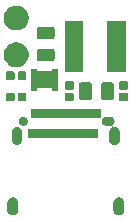
<source format=gts>
G04 #@! TF.GenerationSoftware,KiCad,Pcbnew,(5.1.2)-2*
G04 #@! TF.CreationDate,2019-09-12T19:32:37+02:00*
G04 #@! TF.ProjectId,braunAdapterUSBC,62726175-6e41-4646-9170-746572555342,rev?*
G04 #@! TF.SameCoordinates,Original*
G04 #@! TF.FileFunction,Soldermask,Top*
G04 #@! TF.FilePolarity,Negative*
%FSLAX46Y46*%
G04 Gerber Fmt 4.6, Leading zero omitted, Abs format (unit mm)*
G04 Created by KiCad (PCBNEW (5.1.2)-2) date 2019-09-12 19:32:37*
%MOMM*%
%LPD*%
G04 APERTURE LIST*
%ADD10C,0.100000*%
G04 APERTURE END LIST*
D10*
G36*
X-4401591Y-2095525D02*
G01*
X-4316575Y-2121314D01*
X-4238226Y-2163193D01*
X-4169551Y-2219552D01*
X-4113193Y-2288225D01*
X-4071314Y-2366574D01*
X-4045525Y-2451590D01*
X-4039000Y-2517842D01*
X-4039000Y-3162158D01*
X-4045525Y-3228410D01*
X-4071314Y-3313426D01*
X-4113193Y-3391775D01*
X-4169551Y-3460449D01*
X-4238225Y-3516807D01*
X-4316574Y-3558686D01*
X-4401590Y-3584475D01*
X-4490000Y-3593182D01*
X-4578409Y-3584475D01*
X-4663425Y-3558686D01*
X-4741774Y-3516807D01*
X-4810448Y-3460449D01*
X-4866805Y-3391776D01*
X-4908687Y-3313423D01*
X-4934475Y-3228410D01*
X-4941000Y-3162158D01*
X-4941000Y-2517843D01*
X-4934475Y-2451591D01*
X-4908686Y-2366575D01*
X-4866807Y-2288226D01*
X-4810448Y-2219551D01*
X-4741775Y-2163193D01*
X-4663426Y-2121314D01*
X-4578410Y-2095525D01*
X-4490000Y-2086818D01*
X-4401591Y-2095525D01*
X-4401591Y-2095525D01*
G37*
G36*
X4578409Y-2095525D02*
G01*
X4663425Y-2121314D01*
X4741774Y-2163193D01*
X4810449Y-2219552D01*
X4866807Y-2288225D01*
X4908686Y-2366574D01*
X4934475Y-2451590D01*
X4941000Y-2517842D01*
X4941000Y-3162158D01*
X4934475Y-3228410D01*
X4908686Y-3313426D01*
X4866807Y-3391775D01*
X4810449Y-3460449D01*
X4741775Y-3516807D01*
X4663426Y-3558686D01*
X4578410Y-3584475D01*
X4490000Y-3593182D01*
X4401591Y-3584475D01*
X4316575Y-3558686D01*
X4238226Y-3516807D01*
X4169552Y-3460449D01*
X4113195Y-3391776D01*
X4071313Y-3313423D01*
X4045525Y-3228410D01*
X4039000Y-3162158D01*
X4039000Y-2517843D01*
X4045525Y-2451591D01*
X4071314Y-2366575D01*
X4113193Y-2288226D01*
X4169552Y-2219551D01*
X4238225Y-2163193D01*
X4316574Y-2121314D01*
X4401590Y-2095525D01*
X4490000Y-2086818D01*
X4578409Y-2095525D01*
X4578409Y-2095525D01*
G37*
G36*
X-4041591Y3854475D02*
G01*
X-3956575Y3828686D01*
X-3878226Y3786807D01*
X-3809551Y3730448D01*
X-3753193Y3661775D01*
X-3711314Y3583426D01*
X-3685525Y3498410D01*
X-3679000Y3432158D01*
X-3679000Y2787842D01*
X-3685525Y2721590D01*
X-3711314Y2636574D01*
X-3753193Y2558225D01*
X-3809551Y2489551D01*
X-3878225Y2433193D01*
X-3956574Y2391314D01*
X-4041590Y2365525D01*
X-4130000Y2356818D01*
X-4218409Y2365525D01*
X-4303425Y2391314D01*
X-4381774Y2433193D01*
X-4450448Y2489551D01*
X-4506805Y2558224D01*
X-4548687Y2636577D01*
X-4574475Y2721590D01*
X-4581000Y2787842D01*
X-4581000Y3432157D01*
X-4574475Y3498409D01*
X-4548686Y3583425D01*
X-4506807Y3661774D01*
X-4450448Y3730449D01*
X-4381775Y3786807D01*
X-4303426Y3828686D01*
X-4218410Y3854475D01*
X-4130000Y3863182D01*
X-4041591Y3854475D01*
X-4041591Y3854475D01*
G37*
G36*
X3823710Y4730560D02*
G01*
X3894585Y4709060D01*
X3959904Y4674146D01*
X4017159Y4627159D01*
X4064146Y4569904D01*
X4099060Y4504585D01*
X4120560Y4433710D01*
X4127819Y4360000D01*
X4120560Y4286290D01*
X4099060Y4215415D01*
X4064146Y4150096D01*
X4017159Y4092842D01*
X4002297Y4080645D01*
X3984970Y4063318D01*
X3971356Y4042944D01*
X3961979Y4020305D01*
X3957198Y3996272D01*
X3957198Y3971768D01*
X3961978Y3947735D01*
X3971355Y3925096D01*
X3984969Y3904721D01*
X4002296Y3887394D01*
X4022670Y3873780D01*
X4045309Y3864403D01*
X4069342Y3859622D01*
X4093846Y3859622D01*
X4129999Y3863182D01*
X4130000Y3863182D01*
X4138707Y3862324D01*
X4218409Y3854475D01*
X4303425Y3828686D01*
X4381774Y3786807D01*
X4450449Y3730448D01*
X4506807Y3661775D01*
X4548686Y3583426D01*
X4574475Y3498410D01*
X4581000Y3432158D01*
X4581000Y2787842D01*
X4574475Y2721590D01*
X4548686Y2636574D01*
X4506807Y2558225D01*
X4450449Y2489551D01*
X4381775Y2433193D01*
X4303426Y2391314D01*
X4218410Y2365525D01*
X4130000Y2356818D01*
X4041591Y2365525D01*
X3956575Y2391314D01*
X3878226Y2433193D01*
X3809552Y2489551D01*
X3753195Y2558224D01*
X3711313Y2636577D01*
X3685525Y2721590D01*
X3679000Y2787842D01*
X3679000Y3432157D01*
X3685525Y3498409D01*
X3711314Y3583425D01*
X3753193Y3661774D01*
X3809552Y3730449D01*
X3848454Y3762375D01*
X3865781Y3779702D01*
X3879395Y3800077D01*
X3888772Y3822715D01*
X3893553Y3846749D01*
X3893553Y3871253D01*
X3888773Y3895286D01*
X3879395Y3917925D01*
X3865782Y3938299D01*
X3848455Y3955626D01*
X3828080Y3969240D01*
X3805442Y3978617D01*
X3781408Y3983398D01*
X3769156Y3984000D01*
X3431528Y3984000D01*
X3376290Y3989440D01*
X3305415Y4010940D01*
X3240096Y4045854D01*
X3182841Y4092841D01*
X3135854Y4150096D01*
X3100940Y4215415D01*
X3079440Y4286290D01*
X3072181Y4360000D01*
X3079440Y4433707D01*
X3086723Y4457716D01*
X3091503Y4481750D01*
X3091503Y4506254D01*
X3086722Y4530287D01*
X3077345Y4552926D01*
X3065936Y4570000D01*
X3075999Y4569009D01*
X3100385Y4571411D01*
X3123834Y4578524D01*
X3145445Y4590075D01*
X3164387Y4605620D01*
X3172625Y4614710D01*
X3182841Y4627159D01*
X3240096Y4674146D01*
X3305415Y4709060D01*
X3376290Y4730560D01*
X3431528Y4736000D01*
X3768472Y4736000D01*
X3823710Y4730560D01*
X3823710Y4730560D01*
G37*
G36*
X2701000Y2919000D02*
G01*
X-3201000Y2919000D01*
X-3201000Y3721000D01*
X2701000Y3721000D01*
X2701000Y2919000D01*
X2701000Y2919000D01*
G37*
G36*
X-3490328Y4721551D02*
G01*
X-3490326Y4721550D01*
X-3490325Y4721550D01*
X-3421897Y4693207D01*
X-3360314Y4652058D01*
X-3307942Y4599686D01*
X-3266793Y4538103D01*
X-3238450Y4469675D01*
X-3238449Y4469672D01*
X-3224000Y4397034D01*
X-3224000Y4322966D01*
X-3231295Y4286291D01*
X-3238450Y4250325D01*
X-3266793Y4181897D01*
X-3307942Y4120314D01*
X-3360314Y4067942D01*
X-3421897Y4026793D01*
X-3490325Y3998450D01*
X-3490326Y3998450D01*
X-3490328Y3998449D01*
X-3562966Y3984000D01*
X-3637034Y3984000D01*
X-3709672Y3998449D01*
X-3709674Y3998450D01*
X-3709675Y3998450D01*
X-3778103Y4026793D01*
X-3839686Y4067942D01*
X-3892058Y4120314D01*
X-3933207Y4181897D01*
X-3961550Y4250325D01*
X-3968704Y4286291D01*
X-3976000Y4322966D01*
X-3976000Y4397034D01*
X-3961551Y4469672D01*
X-3961550Y4469675D01*
X-3933207Y4538103D01*
X-3892058Y4599686D01*
X-3839686Y4652058D01*
X-3778103Y4693207D01*
X-3709675Y4721550D01*
X-3709674Y4721550D01*
X-3709672Y4721551D01*
X-3637034Y4736000D01*
X-3562966Y4736000D01*
X-3490328Y4721551D01*
X-3490328Y4721551D01*
G37*
G36*
X2951000Y4694008D02*
G01*
X2953402Y4669622D01*
X2960515Y4646173D01*
X2972066Y4624562D01*
X2977951Y4617391D01*
X2967106Y4619000D01*
X-2951000Y4619000D01*
X-2951000Y5421000D01*
X2951000Y5421000D01*
X2951000Y4694008D01*
X2951000Y4694008D01*
G37*
G36*
X-3458062Y6768284D02*
G01*
X-3437443Y6762029D01*
X-3418447Y6751876D01*
X-3401792Y6738208D01*
X-3388124Y6721553D01*
X-3377971Y6702557D01*
X-3371716Y6681938D01*
X-3369000Y6654360D01*
X-3369000Y6145640D01*
X-3371716Y6118062D01*
X-3377971Y6097443D01*
X-3388124Y6078447D01*
X-3401792Y6061792D01*
X-3418447Y6048124D01*
X-3437443Y6037971D01*
X-3458062Y6031716D01*
X-3485640Y6029000D01*
X-3944360Y6029000D01*
X-3971938Y6031716D01*
X-3992557Y6037971D01*
X-4011553Y6048124D01*
X-4028208Y6061792D01*
X-4041876Y6078447D01*
X-4052029Y6097443D01*
X-4058284Y6118062D01*
X-4061000Y6145640D01*
X-4061000Y6654360D01*
X-4058284Y6681938D01*
X-4052029Y6702557D01*
X-4041876Y6721553D01*
X-4028208Y6738208D01*
X-4011553Y6751876D01*
X-3992557Y6762029D01*
X-3971938Y6768284D01*
X-3944360Y6771000D01*
X-3485640Y6771000D01*
X-3458062Y6768284D01*
X-3458062Y6768284D01*
G37*
G36*
X-4428062Y6768284D02*
G01*
X-4407443Y6762029D01*
X-4388447Y6751876D01*
X-4371792Y6738208D01*
X-4358124Y6721553D01*
X-4347971Y6702557D01*
X-4341716Y6681938D01*
X-4339000Y6654360D01*
X-4339000Y6145640D01*
X-4341716Y6118062D01*
X-4347971Y6097443D01*
X-4358124Y6078447D01*
X-4371792Y6061792D01*
X-4388447Y6048124D01*
X-4407443Y6037971D01*
X-4428062Y6031716D01*
X-4455640Y6029000D01*
X-4914360Y6029000D01*
X-4941938Y6031716D01*
X-4962557Y6037971D01*
X-4981553Y6048124D01*
X-4998208Y6061792D01*
X-5011876Y6078447D01*
X-5022029Y6097443D01*
X-5028284Y6118062D01*
X-5031000Y6145640D01*
X-5031000Y6654360D01*
X-5028284Y6681938D01*
X-5022029Y6702557D01*
X-5011876Y6721553D01*
X-4998208Y6738208D01*
X-4981553Y6751876D01*
X-4962557Y6762029D01*
X-4941938Y6768284D01*
X-4914360Y6771000D01*
X-4455640Y6771000D01*
X-4428062Y6768284D01*
X-4428062Y6768284D01*
G37*
G36*
X5181938Y6758284D02*
G01*
X5202557Y6752029D01*
X5221553Y6741876D01*
X5238208Y6728208D01*
X5251876Y6711553D01*
X5262029Y6692557D01*
X5268284Y6671938D01*
X5271000Y6644360D01*
X5271000Y6185640D01*
X5268284Y6158062D01*
X5262029Y6137443D01*
X5251876Y6118447D01*
X5238208Y6101792D01*
X5221553Y6088124D01*
X5202557Y6077971D01*
X5181938Y6071716D01*
X5154360Y6069000D01*
X4645640Y6069000D01*
X4618062Y6071716D01*
X4597443Y6077971D01*
X4578447Y6088124D01*
X4561792Y6101792D01*
X4548124Y6118447D01*
X4537971Y6137443D01*
X4531716Y6158062D01*
X4529000Y6185640D01*
X4529000Y6644360D01*
X4531716Y6671938D01*
X4537971Y6692557D01*
X4548124Y6711553D01*
X4561792Y6728208D01*
X4578447Y6741876D01*
X4597443Y6752029D01*
X4618062Y6758284D01*
X4645640Y6761000D01*
X5154360Y6761000D01*
X5181938Y6758284D01*
X5181938Y6758284D01*
G37*
G36*
X581938Y6758284D02*
G01*
X602557Y6752029D01*
X621553Y6741876D01*
X638208Y6728208D01*
X651876Y6711553D01*
X662029Y6692557D01*
X668284Y6671938D01*
X671000Y6644360D01*
X671000Y6185640D01*
X668284Y6158062D01*
X662029Y6137443D01*
X651876Y6118447D01*
X638208Y6101792D01*
X621553Y6088124D01*
X602557Y6077971D01*
X581938Y6071716D01*
X554360Y6069000D01*
X45640Y6069000D01*
X18062Y6071716D01*
X-2557Y6077971D01*
X-21553Y6088124D01*
X-38208Y6101792D01*
X-51876Y6118447D01*
X-62029Y6137443D01*
X-68284Y6158062D01*
X-71000Y6185640D01*
X-71000Y6644360D01*
X-68284Y6671938D01*
X-62029Y6692557D01*
X-51876Y6711553D01*
X-38208Y6728208D01*
X-21553Y6741876D01*
X-2557Y6752029D01*
X18062Y6758284D01*
X45640Y6761000D01*
X554360Y6761000D01*
X581938Y6758284D01*
X581938Y6758284D01*
G37*
G36*
X3909468Y7646435D02*
G01*
X3948138Y7634704D01*
X3983777Y7615654D01*
X4015017Y7590017D01*
X4040654Y7558777D01*
X4059704Y7523138D01*
X4071435Y7484468D01*
X4076000Y7438112D01*
X4076000Y6361888D01*
X4071435Y6315532D01*
X4059704Y6276862D01*
X4040654Y6241223D01*
X4015017Y6209983D01*
X3983777Y6184346D01*
X3948138Y6165296D01*
X3909468Y6153565D01*
X3863112Y6149000D01*
X3211888Y6149000D01*
X3165532Y6153565D01*
X3126862Y6165296D01*
X3091223Y6184346D01*
X3059983Y6209983D01*
X3034346Y6241223D01*
X3015296Y6276862D01*
X3003565Y6315532D01*
X2999000Y6361888D01*
X2999000Y7438112D01*
X3003565Y7484468D01*
X3015296Y7523138D01*
X3034346Y7558777D01*
X3059983Y7590017D01*
X3091223Y7615654D01*
X3126862Y7634704D01*
X3165532Y7646435D01*
X3211888Y7651000D01*
X3863112Y7651000D01*
X3909468Y7646435D01*
X3909468Y7646435D01*
G37*
G36*
X2034468Y7646435D02*
G01*
X2073138Y7634704D01*
X2108777Y7615654D01*
X2140017Y7590017D01*
X2165654Y7558777D01*
X2184704Y7523138D01*
X2196435Y7484468D01*
X2201000Y7438112D01*
X2201000Y6361888D01*
X2196435Y6315532D01*
X2184704Y6276862D01*
X2165654Y6241223D01*
X2140017Y6209983D01*
X2108777Y6184346D01*
X2073138Y6165296D01*
X2034468Y6153565D01*
X1988112Y6149000D01*
X1336888Y6149000D01*
X1290532Y6153565D01*
X1251862Y6165296D01*
X1216223Y6184346D01*
X1184983Y6209983D01*
X1159346Y6241223D01*
X1140296Y6276862D01*
X1128565Y6315532D01*
X1124000Y6361888D01*
X1124000Y7438112D01*
X1128565Y7484468D01*
X1140296Y7523138D01*
X1159346Y7558777D01*
X1184983Y7590017D01*
X1216223Y7615654D01*
X1251862Y7634704D01*
X1290532Y7646435D01*
X1336888Y7651000D01*
X1988112Y7651000D01*
X2034468Y7646435D01*
X2034468Y7646435D01*
G37*
G36*
X-2449000Y8701000D02*
G01*
X-2446598Y8676614D01*
X-2439485Y8653165D01*
X-2427934Y8631554D01*
X-2412389Y8612612D01*
X-2393447Y8597067D01*
X-2371836Y8585516D01*
X-2348387Y8578403D01*
X-2324001Y8576001D01*
X-1275999Y8576001D01*
X-1251613Y8578403D01*
X-1228164Y8585516D01*
X-1206553Y8597067D01*
X-1187611Y8612612D01*
X-1172066Y8631554D01*
X-1160515Y8653165D01*
X-1153402Y8676614D01*
X-1151000Y8701000D01*
X-1151000Y8791001D01*
X-649000Y8791001D01*
X-649000Y6959001D01*
X-1151000Y6959001D01*
X-1151000Y7049002D01*
X-1153402Y7073388D01*
X-1160515Y7096837D01*
X-1172066Y7118448D01*
X-1187611Y7137390D01*
X-1206553Y7152935D01*
X-1228164Y7164486D01*
X-1251613Y7171599D01*
X-1275999Y7174001D01*
X-2324001Y7174001D01*
X-2348387Y7171599D01*
X-2371836Y7164486D01*
X-2393447Y7152935D01*
X-2412389Y7137390D01*
X-2427934Y7118448D01*
X-2439485Y7096837D01*
X-2446598Y7073388D01*
X-2449000Y7049002D01*
X-2449000Y6959001D01*
X-2951000Y6959001D01*
X-2951000Y8791001D01*
X-2449000Y8791001D01*
X-2449000Y8701000D01*
X-2449000Y8701000D01*
G37*
G36*
X581938Y7728284D02*
G01*
X602557Y7722029D01*
X621553Y7711876D01*
X638208Y7698208D01*
X651876Y7681553D01*
X662029Y7662557D01*
X668284Y7641938D01*
X671000Y7614360D01*
X671000Y7155640D01*
X668284Y7128062D01*
X662029Y7107443D01*
X651876Y7088447D01*
X638208Y7071792D01*
X621553Y7058124D01*
X602557Y7047971D01*
X581938Y7041716D01*
X554360Y7039000D01*
X45640Y7039000D01*
X18062Y7041716D01*
X-2557Y7047971D01*
X-21553Y7058124D01*
X-38208Y7071792D01*
X-51876Y7088447D01*
X-62029Y7107443D01*
X-68284Y7128062D01*
X-71000Y7155640D01*
X-71000Y7614360D01*
X-68284Y7641938D01*
X-62029Y7662557D01*
X-51876Y7681553D01*
X-38208Y7698208D01*
X-21553Y7711876D01*
X-2557Y7722029D01*
X18062Y7728284D01*
X45640Y7731000D01*
X554360Y7731000D01*
X581938Y7728284D01*
X581938Y7728284D01*
G37*
G36*
X5181938Y7728284D02*
G01*
X5202557Y7722029D01*
X5221553Y7711876D01*
X5238208Y7698208D01*
X5251876Y7681553D01*
X5262029Y7662557D01*
X5268284Y7641938D01*
X5271000Y7614360D01*
X5271000Y7155640D01*
X5268284Y7128062D01*
X5262029Y7107443D01*
X5251876Y7088447D01*
X5238208Y7071792D01*
X5221553Y7058124D01*
X5202557Y7047971D01*
X5181938Y7041716D01*
X5154360Y7039000D01*
X4645640Y7039000D01*
X4618062Y7041716D01*
X4597443Y7047971D01*
X4578447Y7058124D01*
X4561792Y7071792D01*
X4548124Y7088447D01*
X4537971Y7107443D01*
X4531716Y7128062D01*
X4529000Y7155640D01*
X4529000Y7614360D01*
X4531716Y7641938D01*
X4537971Y7662557D01*
X4548124Y7681553D01*
X4561792Y7698208D01*
X4578447Y7711876D01*
X4597443Y7722029D01*
X4618062Y7728284D01*
X4645640Y7731000D01*
X5154360Y7731000D01*
X5181938Y7728284D01*
X5181938Y7728284D01*
G37*
G36*
X-3458062Y8568284D02*
G01*
X-3437443Y8562029D01*
X-3418447Y8551876D01*
X-3401792Y8538208D01*
X-3388124Y8521553D01*
X-3377971Y8502557D01*
X-3371716Y8481938D01*
X-3369000Y8454360D01*
X-3369000Y7945640D01*
X-3371716Y7918062D01*
X-3377971Y7897443D01*
X-3388124Y7878447D01*
X-3401792Y7861792D01*
X-3418447Y7848124D01*
X-3437443Y7837971D01*
X-3458062Y7831716D01*
X-3485640Y7829000D01*
X-3944360Y7829000D01*
X-3971938Y7831716D01*
X-3992557Y7837971D01*
X-4011553Y7848124D01*
X-4028208Y7861792D01*
X-4041876Y7878447D01*
X-4052029Y7897443D01*
X-4058284Y7918062D01*
X-4061000Y7945640D01*
X-4061000Y8454360D01*
X-4058284Y8481938D01*
X-4052029Y8502557D01*
X-4041876Y8521553D01*
X-4028208Y8538208D01*
X-4011553Y8551876D01*
X-3992557Y8562029D01*
X-3971938Y8568284D01*
X-3944360Y8571000D01*
X-3485640Y8571000D01*
X-3458062Y8568284D01*
X-3458062Y8568284D01*
G37*
G36*
X-4428062Y8568284D02*
G01*
X-4407443Y8562029D01*
X-4388447Y8551876D01*
X-4371792Y8538208D01*
X-4358124Y8521553D01*
X-4347971Y8502557D01*
X-4341716Y8481938D01*
X-4339000Y8454360D01*
X-4339000Y7945640D01*
X-4341716Y7918062D01*
X-4347971Y7897443D01*
X-4358124Y7878447D01*
X-4371792Y7861792D01*
X-4388447Y7848124D01*
X-4407443Y7837971D01*
X-4428062Y7831716D01*
X-4455640Y7829000D01*
X-4914360Y7829000D01*
X-4941938Y7831716D01*
X-4962557Y7837971D01*
X-4981553Y7848124D01*
X-4998208Y7861792D01*
X-5011876Y7878447D01*
X-5022029Y7897443D01*
X-5028284Y7918062D01*
X-5031000Y7945640D01*
X-5031000Y8454360D01*
X-5028284Y8481938D01*
X-5022029Y8502557D01*
X-5011876Y8521553D01*
X-4998208Y8538208D01*
X-4981553Y8551876D01*
X-4962557Y8562029D01*
X-4941938Y8568284D01*
X-4914360Y8571000D01*
X-4455640Y8571000D01*
X-4428062Y8568284D01*
X-4428062Y8568284D01*
G37*
G36*
X1501000Y8549000D02*
G01*
X-101000Y8549000D01*
X-101000Y12851000D01*
X1501000Y12851000D01*
X1501000Y8549000D01*
X1501000Y8549000D01*
G37*
G36*
X5101000Y8549000D02*
G01*
X3499000Y8549000D01*
X3499000Y12851000D01*
X5101000Y12851000D01*
X5101000Y8549000D01*
X5101000Y8549000D01*
G37*
G36*
X-3893436Y11010611D02*
G01*
X-3702167Y10931385D01*
X-3702165Y10931384D01*
X-3530027Y10816365D01*
X-3383635Y10669973D01*
X-3268615Y10497833D01*
X-3189389Y10306564D01*
X-3149000Y10103516D01*
X-3149000Y9896484D01*
X-3189389Y9693436D01*
X-3211224Y9640722D01*
X-3268616Y9502165D01*
X-3383635Y9330027D01*
X-3530027Y9183635D01*
X-3702165Y9068616D01*
X-3702166Y9068615D01*
X-3702167Y9068615D01*
X-3893436Y8989389D01*
X-4096484Y8949000D01*
X-4303516Y8949000D01*
X-4506564Y8989389D01*
X-4697833Y9068615D01*
X-4697834Y9068615D01*
X-4697835Y9068616D01*
X-4869973Y9183635D01*
X-5016365Y9330027D01*
X-5131384Y9502165D01*
X-5188776Y9640722D01*
X-5210611Y9693436D01*
X-5251000Y9896484D01*
X-5251000Y10103516D01*
X-5210611Y10306564D01*
X-5131385Y10497833D01*
X-5016365Y10669973D01*
X-4869973Y10816365D01*
X-4697835Y10931384D01*
X-4697833Y10931385D01*
X-4506564Y11010611D01*
X-4303516Y11051000D01*
X-4096484Y11051000D01*
X-3893436Y11010611D01*
X-3893436Y11010611D01*
G37*
G36*
X-1115532Y10496435D02*
G01*
X-1076862Y10484704D01*
X-1041223Y10465654D01*
X-1009983Y10440017D01*
X-984346Y10408777D01*
X-965296Y10373138D01*
X-953565Y10334468D01*
X-949000Y10288112D01*
X-949000Y9636888D01*
X-953565Y9590532D01*
X-965296Y9551862D01*
X-984346Y9516223D01*
X-1009983Y9484983D01*
X-1041223Y9459346D01*
X-1076862Y9440296D01*
X-1115532Y9428565D01*
X-1161888Y9424000D01*
X-2238112Y9424000D01*
X-2284468Y9428565D01*
X-2323138Y9440296D01*
X-2358777Y9459346D01*
X-2390017Y9484983D01*
X-2415654Y9516223D01*
X-2434704Y9551862D01*
X-2446435Y9590532D01*
X-2451000Y9636888D01*
X-2451000Y10288112D01*
X-2446435Y10334468D01*
X-2434704Y10373138D01*
X-2415654Y10408777D01*
X-2390017Y10440017D01*
X-2358777Y10465654D01*
X-2323138Y10484704D01*
X-2284468Y10496435D01*
X-2238112Y10501000D01*
X-1161888Y10501000D01*
X-1115532Y10496435D01*
X-1115532Y10496435D01*
G37*
G36*
X-1115532Y12371435D02*
G01*
X-1076862Y12359704D01*
X-1041223Y12340654D01*
X-1009983Y12315017D01*
X-984346Y12283777D01*
X-965296Y12248138D01*
X-953565Y12209468D01*
X-949000Y12163112D01*
X-949000Y11511888D01*
X-953565Y11465532D01*
X-965296Y11426862D01*
X-984346Y11391223D01*
X-1009983Y11359983D01*
X-1041223Y11334346D01*
X-1076862Y11315296D01*
X-1115532Y11303565D01*
X-1161888Y11299000D01*
X-2238112Y11299000D01*
X-2284468Y11303565D01*
X-2323138Y11315296D01*
X-2358777Y11334346D01*
X-2390017Y11359983D01*
X-2415654Y11391223D01*
X-2434704Y11426862D01*
X-2446435Y11465532D01*
X-2451000Y11511888D01*
X-2451000Y12163112D01*
X-2446435Y12209468D01*
X-2434704Y12248138D01*
X-2415654Y12283777D01*
X-2390017Y12315017D01*
X-2358777Y12340654D01*
X-2323138Y12359704D01*
X-2284468Y12371435D01*
X-2238112Y12376000D01*
X-1161888Y12376000D01*
X-1115532Y12371435D01*
X-1115532Y12371435D01*
G37*
G36*
X-3893436Y14110611D02*
G01*
X-3702167Y14031385D01*
X-3702165Y14031384D01*
X-3530027Y13916365D01*
X-3383635Y13769973D01*
X-3268615Y13597833D01*
X-3189389Y13406564D01*
X-3149000Y13203516D01*
X-3149000Y12996484D01*
X-3189389Y12793436D01*
X-3268615Y12602167D01*
X-3268616Y12602165D01*
X-3383635Y12430027D01*
X-3530027Y12283635D01*
X-3702165Y12168616D01*
X-3702166Y12168615D01*
X-3702167Y12168615D01*
X-3893436Y12089389D01*
X-4096484Y12049000D01*
X-4303516Y12049000D01*
X-4506564Y12089389D01*
X-4697833Y12168615D01*
X-4697834Y12168615D01*
X-4697835Y12168616D01*
X-4869973Y12283635D01*
X-5016365Y12430027D01*
X-5131384Y12602165D01*
X-5131385Y12602167D01*
X-5210611Y12793436D01*
X-5251000Y12996484D01*
X-5251000Y13203516D01*
X-5210611Y13406564D01*
X-5131385Y13597833D01*
X-5016365Y13769973D01*
X-4869973Y13916365D01*
X-4697835Y14031384D01*
X-4697833Y14031385D01*
X-4506564Y14110611D01*
X-4303516Y14151000D01*
X-4096484Y14151000D01*
X-3893436Y14110611D01*
X-3893436Y14110611D01*
G37*
M02*

</source>
